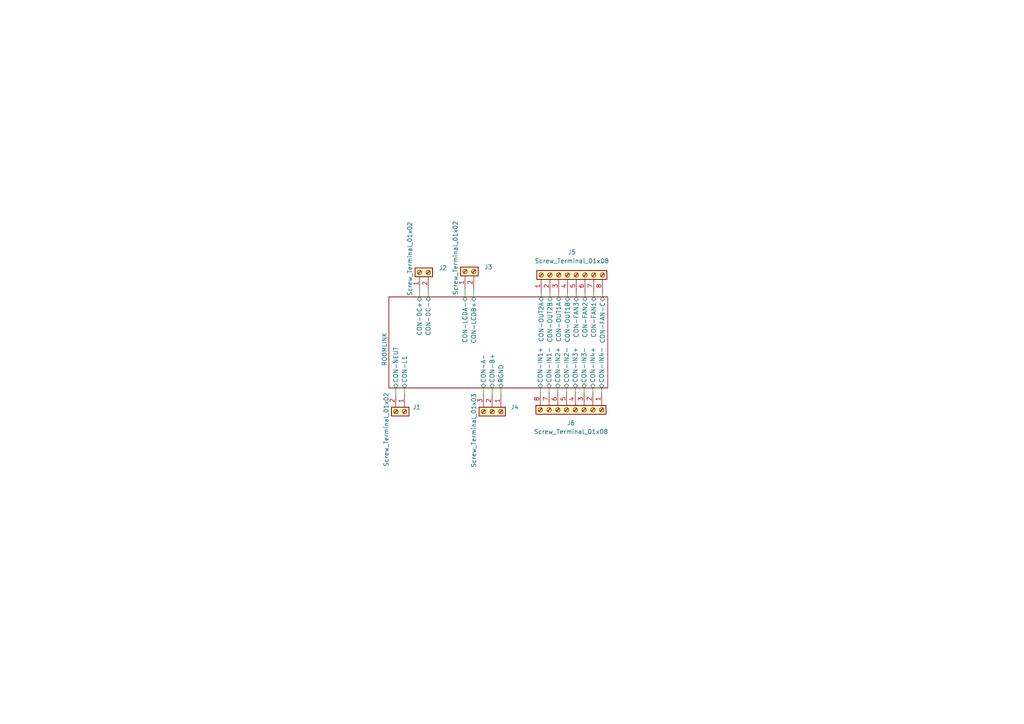
<source format=kicad_sch>
(kicad_sch (version 20230121) (generator eeschema)
  (paper "A4")
  (lib_symbols
    (symbol "Connector:Screw_Terminal_01x02" (pin_names (offset 1.016) hide)
      (property "Reference" "J" (at 0 2.54 0))
      (property "Value" "Screw_Terminal_01x02" (at 0 -5.08 0))
      (symbol "Screw_Terminal_01x02_1_1"
        (rectangle (start -1.27 1.27) (end 1.27 -3.81) (stroke (width 0.254)) (fill (type background)))
        (circle (center 0 -2.54) (radius 0.635) (stroke (width 0.1524)))
        (polyline (pts (xy -0.5334 -2.2098) (xy 0.3302 -3.048)) (stroke (width 0.1524)))
        (polyline (pts (xy -0.5334 0.3302) (xy 0.3302 -0.508)) (stroke (width 0.1524)))
        (polyline (pts (xy -0.3556 -2.032) (xy 0.508 -2.8702)) (stroke (width 0.1524)))
        (polyline (pts (xy -0.3556 0.508) (xy 0.508 -0.3302)) (stroke (width 0.1524)))
        (circle (center 0 0) (radius 0.635) (stroke (width 0.1524)))
        (pin passive line (at -5.08 0 0) (length 3.81) (name "Pin_1") (number "1"))
        (pin passive line (at -5.08 -2.54 0) (length 3.81) (name "Pin_2") (number "2"))
      )
    )
    (symbol "Connector:Screw_Terminal_01x03" (pin_names (offset 1.016) hide)
      (property "Reference" "J" (at 0 5.08 0))
      (property "Value" "Screw_Terminal_01x03" (at 0 -5.08 0))
      (symbol "Screw_Terminal_01x03_1_1"
        (rectangle (start -1.27 3.81) (end 1.27 -3.81) (stroke (width 0.254)) (fill (type background)))
        (circle (center 0 -2.54) (radius 0.635) (stroke (width 0.1524)))
        (polyline (pts (xy -0.5334 -2.2098) (xy 0.3302 -3.048)) (stroke (width 0.1524)))
        (polyline (pts (xy -0.5334 0.3302) (xy 0.3302 -0.508)) (stroke (width 0.1524)))
        (polyline (pts (xy -0.5334 2.8702) (xy 0.3302 2.032)) (stroke (width 0.1524)))
        (polyline (pts (xy -0.3556 -2.032) (xy 0.508 -2.8702)) (stroke (width 0.1524)))
        (polyline (pts (xy -0.3556 0.508) (xy 0.508 -0.3302)) (stroke (width 0.1524)))
        (polyline (pts (xy -0.3556 3.048) (xy 0.508 2.2098)) (stroke (width 0.1524)))
        (circle (center 0 0) (radius 0.635) (stroke (width 0.1524)))
        (circle (center 0 2.54) (radius 0.635) (stroke (width 0.1524)))
        (pin passive line (at -5.08 2.54 0) (length 3.81) (name "Pin_1") (number "1"))
        (pin passive line (at -5.08 0 0) (length 3.81) (name "Pin_2") (number "2"))
        (pin passive line (at -5.08 -2.54 0) (length 3.81) (name "Pin_3") (number "3"))
      )
    )
    (symbol "Connector:Screw_Terminal_01x08" (pin_names (offset 1.016) hide)
      (property "Reference" "J" (at 0 10.16 0))
      (property "Value" "Screw_Terminal_01x08" (at 0 -12.7 0))
      (symbol "Screw_Terminal_01x08_1_1"
        (rectangle (start -1.27 8.89) (end 1.27 -11.43) (stroke (width 0.254)) (fill (type background)))
        (circle (center 0 -10.16) (radius 0.635) (stroke (width 0.1524)))
        (circle (center 0 -7.62) (radius 0.635) (stroke (width 0.1524)))
        (circle (center 0 -5.08) (radius 0.635) (stroke (width 0.1524)))
        (circle (center 0 -2.54) (radius 0.635) (stroke (width 0.1524)))
        (polyline (pts (xy -0.5334 -9.8298) (xy 0.3302 -10.668)) (stroke (width 0.1524)))
        (polyline (pts (xy -0.5334 -7.2898) (xy 0.3302 -8.128)) (stroke (width 0.1524)))
        (polyline (pts (xy -0.5334 -4.7498) (xy 0.3302 -5.588)) (stroke (width 0.1524)))
        (polyline (pts (xy -0.5334 -2.2098) (xy 0.3302 -3.048)) (stroke (width 0.1524)))
        (polyline (pts (xy -0.5334 0.3302) (xy 0.3302 -0.508)) (stroke (width 0.1524)))
        (polyline (pts (xy -0.5334 2.8702) (xy 0.3302 2.032)) (stroke (width 0.1524)))
        (polyline (pts (xy -0.5334 5.4102) (xy 0.3302 4.572)) (stroke (width 0.1524)))
        (polyline (pts (xy -0.5334 7.9502) (xy 0.3302 7.112)) (stroke (width 0.1524)))
        (polyline (pts (xy -0.3556 -9.652) (xy 0.508 -10.4902)) (stroke (width 0.1524)))
        (polyline (pts (xy -0.3556 -7.112) (xy 0.508 -7.9502)) (stroke (width 0.1524)))
        (polyline (pts (xy -0.3556 -4.572) (xy 0.508 -5.4102)) (stroke (width 0.1524)))
        (polyline (pts (xy -0.3556 -2.032) (xy 0.508 -2.8702)) (stroke (width 0.1524)))
        (polyline (pts (xy -0.3556 0.508) (xy 0.508 -0.3302)) (stroke (width 0.1524)))
        (polyline (pts (xy -0.3556 3.048) (xy 0.508 2.2098)) (stroke (width 0.1524)))
        (polyline (pts (xy -0.3556 5.588) (xy 0.508 4.7498)) (stroke (width 0.1524)))
        (polyline (pts (xy -0.3556 8.128) (xy 0.508 7.2898)) (stroke (width 0.1524)))
        (circle (center 0 0) (radius 0.635) (stroke (width 0.1524)))
        (circle (center 0 2.54) (radius 0.635) (stroke (width 0.1524)))
        (circle (center 0 5.08) (radius 0.635) (stroke (width 0.1524)))
        (circle (center 0 7.62) (radius 0.635) (stroke (width 0.1524)))
        (pin passive line (at -5.08 7.62 0) (length 3.81) (name "Pin_1") (number "1"))
        (pin passive line (at -5.08 5.08 0) (length 3.81) (name "Pin_2") (number "2"))
        (pin passive line (at -5.08 2.54 0) (length 3.81) (name "Pin_3") (number "3"))
        (pin passive line (at -5.08 0 0) (length 3.81) (name "Pin_4") (number "4"))
        (pin passive line (at -5.08 -2.54 0) (length 3.81) (name "Pin_5") (number "5"))
        (pin passive line (at -5.08 -5.08 0) (length 3.81) (name "Pin_6") (number "6"))
        (pin passive line (at -5.08 -7.62 0) (length 3.81) (name "Pin_7") (number "7"))
        (pin passive line (at -5.08 -10.16 0) (length 3.81) (name "Pin_8") (number "8"))
      )
    )
  )
  (wire (pts (xy 161.798 112.522) (xy 161.798 113.792)))
  (wire (pts (xy 174.752 84.836) (xy 174.752 86.106)))
  (wire (pts (xy 117.348 112.522) (xy 117.348 114.3)))
  (wire (pts (xy 171.958 112.522) (xy 171.958 113.792)))
  (wire (pts (xy 156.972 84.836) (xy 156.972 86.106)))
  (wire (pts (xy 169.418 112.522) (xy 169.418 113.792)))
  (wire (pts (xy 159.258 112.522) (xy 159.258 113.792)))
  (wire (pts (xy 159.512 84.836) (xy 159.512 86.106)))
  (wire (pts (xy 174.498 112.522) (xy 174.498 113.792)))
  (wire (pts (xy 121.666 84.074) (xy 121.666 86.106)))
  (wire (pts (xy 134.874 83.82) (xy 134.874 86.106)))
  (wire (pts (xy 140.208 112.522) (xy 140.208 114.3)))
  (wire (pts (xy 164.592 84.836) (xy 164.592 86.106)))
  (wire (pts (xy 167.132 84.836) (xy 167.132 86.106)))
  (wire (pts (xy 169.672 84.836) (xy 169.672 86.106)))
  (wire (pts (xy 172.212 84.836) (xy 172.212 86.106)))
  (wire (pts (xy 124.206 84.074) (xy 124.206 86.106)))
  (wire (pts (xy 142.748 112.522) (xy 142.748 114.3)))
  (wire (pts (xy 145.288 112.522) (xy 145.288 114.3)))
  (wire (pts (xy 166.878 112.522) (xy 166.878 113.792)))
  (wire (pts (xy 156.718 112.522) (xy 156.718 113.792)))
  (wire (pts (xy 164.338 112.522) (xy 164.338 113.792)))
  (wire (pts (xy 114.808 112.522) (xy 114.808 114.3)))
  (wire (pts (xy 137.414 83.82) (xy 137.414 86.106)))
  (wire (pts (xy 162.052 84.836) (xy 162.052 86.106)))
  (symbol (lib_id "Connector:Screw_Terminal_01x02") (at 134.874 78.74 90) (unit 1)
    (property "Reference" "J3" (at 140.462 77.4699 90) (effects (justify right)))
    (property "Value" "Screw_Terminal_01x02" (at 132.08 64.008 0) (effects (justify right)))
    (property "Footprint" "TBP04R12-500-02GR:CUI_TBP04R12-500-02GR" (effects hide))
  )
  (symbol (lib_id "Connector:Screw_Terminal_01x02") (at 121.666 78.994 90) (unit 1)
    (property "Reference" "J2" (at 127.254 77.7239 90) (effects (justify right)))
    (property "Value" "Screw_Terminal_01x02" (at 118.872 64.262 0) (effects (justify right)))
    (property "Footprint" "TBP04R12-500-02GR:CUI_TBP04R12-500-02GR" (effects hide))
  )
  (symbol (lib_id "Connector:Screw_Terminal_01x02") (at 117.348 119.38 270) (unit 1)
    (property "Reference" "J1" (at 119.634 118.1099 90) (effects (justify left)))
    (property "Value" "Screw_Terminal_01x02" (at 112.014 113.792 0) (effects (justify left)))
    (property "Footprint" "TBP04R12-500-02GR:CUI_TBP04R12-500-02GR" (effects hide))
  )
  (symbol (lib_id "Connector:Screw_Terminal_01x08") (at 166.878 118.872 270) (unit 1)
    (property "Reference" "J6" (at 165.608 122.682 90))
    (property "Value" "Screw_Terminal_01x08" (at 165.608 125.222 90))
    (property "Footprint" "TBP04R12-500-08GR:CUI_TBP04R12-500-08GR" (effects hide))
  )
  (symbol (lib_id "Connector:Screw_Terminal_01x03") (at 142.748 119.38 270) (unit 1)
    (property "Reference" "J4" (at 148.082 118.1099 90) (effects (justify left)))
    (property "Value" "Screw_Terminal_01x03" (at 137.414 114.046 0) (effects (justify left)))
    (property "Footprint" "TBP04R12-500-03GR:CUI_TBP04R12-500-03GR" (effects hide))
  )
  (symbol (lib_id "Connector:Screw_Terminal_01x08") (at 164.592 79.756 90) (unit 1)
    (property "Reference" "J5" (at 165.862 73.152 90))
    (property "Value" "Screw_Terminal_01x08" (at 165.862 75.692 90))
    (property "Footprint" "TBP04R12-500-08GR:CUI_TBP04R12-500-08GR" (effects hide))
  )
  (sheet (at 112.776 86.106) (size 63.5 26.416) (stroke (width 0.1524))
    (property "Sheetname" "ROOMLINK" (at 112.268 106.172 90) (effects (justify left bottom)))
    (property "Sheetfile" "untitled.kicad_sch" (effects hide))
    (pin "CON-DC+" bidirectional (at 121.666 86.106 90))
    (pin "CON-DC-" bidirectional (at 124.206 86.106 90))
    (pin "CON-LCDA-" bidirectional (at 134.874 86.106 90))
    (pin "CON-LCDB+" bidirectional (at 137.414 86.106 90))
    (pin "CON-NEUT" bidirectional (at 114.808 112.522 270))
    (pin "CON-L1" bidirectional (at 117.348 112.522 270))
    (pin "CON-OUT2A" bidirectional (at 156.972 86.106 90))
    (pin "CON-OUT2B" bidirectional (at 159.512 86.106 90))
    (pin "CON-B+" bidirectional (at 142.748 112.522 270))
    (pin "CON-A-" bidirectional (at 140.208 112.522 270))
    (pin "RGND" bidirectional (at 145.288 112.522 270))
    (pin "CON-OUT1A" bidirectional (at 162.052 86.106 90))
    (pin "CON-FAN3" bidirectional (at 167.132 86.106 90))
    (pin "CON-FAN1" bidirectional (at 172.212 86.106 90))
    (pin "CON-FAN-C" bidirectional (at 174.752 86.106 90))
    (pin "CON-OUT1B" bidirectional (at 164.592 86.106 90))
    (pin "CON-FAN2" bidirectional (at 169.672 86.106 90))
    (pin "CON-IN2+" bidirectional (at 161.798 112.522 270))
    (pin "CON-IN2-" bidirectional (at 164.338 112.522 270))
    (pin "CON-IN1+" bidirectional (at 156.718 112.522 270))
    (pin "CON-IN1-" bidirectional (at 159.258 112.522 270))
    (pin "CON-IN3+" bidirectional (at 166.878 112.522 270))
    (pin "CON-IN3-" bidirectional (at 169.418 112.522 270))
    (pin "CON-IN4+" bidirectional (at 171.958 112.522 270))
    (pin "CON-IN4-" bidirectional (at 174.498 112.522 270))
  )
)
</source>
